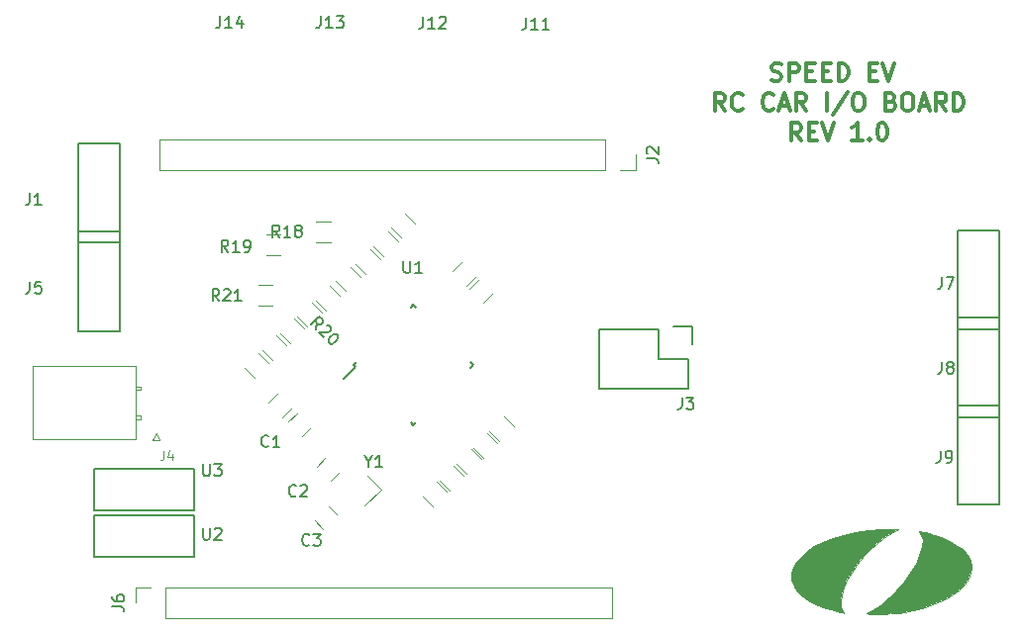
<source format=gto>
G04 #@! TF.GenerationSoftware,KiCad,Pcbnew,5.0.2-bee76a0~70~ubuntu18.04.1*
G04 #@! TF.CreationDate,2019-11-08T01:10:53-05:00*
G04 #@! TF.ProjectId,controllerBoard,636f6e74-726f-46c6-9c65-72426f617264,rev?*
G04 #@! TF.SameCoordinates,Original*
G04 #@! TF.FileFunction,Legend,Top*
G04 #@! TF.FilePolarity,Positive*
%FSLAX46Y46*%
G04 Gerber Fmt 4.6, Leading zero omitted, Abs format (unit mm)*
G04 Created by KiCad (PCBNEW 5.0.2-bee76a0~70~ubuntu18.04.1) date Fri 08 Nov 2019 01:10:53 AM EST*
%MOMM*%
%LPD*%
G01*
G04 APERTURE LIST*
%ADD10C,0.300000*%
%ADD11C,0.150000*%
%ADD12C,0.120000*%
%ADD13C,0.100000*%
%ADD14C,0.010000*%
G04 APERTURE END LIST*
D10*
X129124000Y-68923142D02*
X129338285Y-68994571D01*
X129695428Y-68994571D01*
X129838285Y-68923142D01*
X129909714Y-68851714D01*
X129981142Y-68708857D01*
X129981142Y-68566000D01*
X129909714Y-68423142D01*
X129838285Y-68351714D01*
X129695428Y-68280285D01*
X129409714Y-68208857D01*
X129266857Y-68137428D01*
X129195428Y-68066000D01*
X129124000Y-67923142D01*
X129124000Y-67780285D01*
X129195428Y-67637428D01*
X129266857Y-67566000D01*
X129409714Y-67494571D01*
X129766857Y-67494571D01*
X129981142Y-67566000D01*
X130624000Y-68994571D02*
X130624000Y-67494571D01*
X131195428Y-67494571D01*
X131338285Y-67566000D01*
X131409714Y-67637428D01*
X131481142Y-67780285D01*
X131481142Y-67994571D01*
X131409714Y-68137428D01*
X131338285Y-68208857D01*
X131195428Y-68280285D01*
X130624000Y-68280285D01*
X132124000Y-68208857D02*
X132624000Y-68208857D01*
X132838285Y-68994571D02*
X132124000Y-68994571D01*
X132124000Y-67494571D01*
X132838285Y-67494571D01*
X133481142Y-68208857D02*
X133981142Y-68208857D01*
X134195428Y-68994571D02*
X133481142Y-68994571D01*
X133481142Y-67494571D01*
X134195428Y-67494571D01*
X134838285Y-68994571D02*
X134838285Y-67494571D01*
X135195428Y-67494571D01*
X135409714Y-67566000D01*
X135552571Y-67708857D01*
X135624000Y-67851714D01*
X135695428Y-68137428D01*
X135695428Y-68351714D01*
X135624000Y-68637428D01*
X135552571Y-68780285D01*
X135409714Y-68923142D01*
X135195428Y-68994571D01*
X134838285Y-68994571D01*
X137481142Y-68208857D02*
X137981142Y-68208857D01*
X138195428Y-68994571D02*
X137481142Y-68994571D01*
X137481142Y-67494571D01*
X138195428Y-67494571D01*
X138624000Y-67494571D02*
X139124000Y-68994571D01*
X139624000Y-67494571D01*
X125124000Y-71544571D02*
X124624000Y-70830285D01*
X124266857Y-71544571D02*
X124266857Y-70044571D01*
X124838285Y-70044571D01*
X124981142Y-70116000D01*
X125052571Y-70187428D01*
X125124000Y-70330285D01*
X125124000Y-70544571D01*
X125052571Y-70687428D01*
X124981142Y-70758857D01*
X124838285Y-70830285D01*
X124266857Y-70830285D01*
X126624000Y-71401714D02*
X126552571Y-71473142D01*
X126338285Y-71544571D01*
X126195428Y-71544571D01*
X125981142Y-71473142D01*
X125838285Y-71330285D01*
X125766857Y-71187428D01*
X125695428Y-70901714D01*
X125695428Y-70687428D01*
X125766857Y-70401714D01*
X125838285Y-70258857D01*
X125981142Y-70116000D01*
X126195428Y-70044571D01*
X126338285Y-70044571D01*
X126552571Y-70116000D01*
X126624000Y-70187428D01*
X129266857Y-71401714D02*
X129195428Y-71473142D01*
X128981142Y-71544571D01*
X128838285Y-71544571D01*
X128624000Y-71473142D01*
X128481142Y-71330285D01*
X128409714Y-71187428D01*
X128338285Y-70901714D01*
X128338285Y-70687428D01*
X128409714Y-70401714D01*
X128481142Y-70258857D01*
X128624000Y-70116000D01*
X128838285Y-70044571D01*
X128981142Y-70044571D01*
X129195428Y-70116000D01*
X129266857Y-70187428D01*
X129838285Y-71116000D02*
X130552571Y-71116000D01*
X129695428Y-71544571D02*
X130195428Y-70044571D01*
X130695428Y-71544571D01*
X132052571Y-71544571D02*
X131552571Y-70830285D01*
X131195428Y-71544571D02*
X131195428Y-70044571D01*
X131766857Y-70044571D01*
X131909714Y-70116000D01*
X131981142Y-70187428D01*
X132052571Y-70330285D01*
X132052571Y-70544571D01*
X131981142Y-70687428D01*
X131909714Y-70758857D01*
X131766857Y-70830285D01*
X131195428Y-70830285D01*
X133838285Y-71544571D02*
X133838285Y-70044571D01*
X135624000Y-69973142D02*
X134338285Y-71901714D01*
X136409714Y-70044571D02*
X136695428Y-70044571D01*
X136838285Y-70116000D01*
X136981142Y-70258857D01*
X137052571Y-70544571D01*
X137052571Y-71044571D01*
X136981142Y-71330285D01*
X136838285Y-71473142D01*
X136695428Y-71544571D01*
X136409714Y-71544571D01*
X136266857Y-71473142D01*
X136124000Y-71330285D01*
X136052571Y-71044571D01*
X136052571Y-70544571D01*
X136124000Y-70258857D01*
X136266857Y-70116000D01*
X136409714Y-70044571D01*
X139338285Y-70758857D02*
X139552571Y-70830285D01*
X139624000Y-70901714D01*
X139695428Y-71044571D01*
X139695428Y-71258857D01*
X139624000Y-71401714D01*
X139552571Y-71473142D01*
X139409714Y-71544571D01*
X138838285Y-71544571D01*
X138838285Y-70044571D01*
X139338285Y-70044571D01*
X139481142Y-70116000D01*
X139552571Y-70187428D01*
X139624000Y-70330285D01*
X139624000Y-70473142D01*
X139552571Y-70616000D01*
X139481142Y-70687428D01*
X139338285Y-70758857D01*
X138838285Y-70758857D01*
X140624000Y-70044571D02*
X140909714Y-70044571D01*
X141052571Y-70116000D01*
X141195428Y-70258857D01*
X141266857Y-70544571D01*
X141266857Y-71044571D01*
X141195428Y-71330285D01*
X141052571Y-71473142D01*
X140909714Y-71544571D01*
X140624000Y-71544571D01*
X140481142Y-71473142D01*
X140338285Y-71330285D01*
X140266857Y-71044571D01*
X140266857Y-70544571D01*
X140338285Y-70258857D01*
X140481142Y-70116000D01*
X140624000Y-70044571D01*
X141838285Y-71116000D02*
X142552571Y-71116000D01*
X141695428Y-71544571D02*
X142195428Y-70044571D01*
X142695428Y-71544571D01*
X144052571Y-71544571D02*
X143552571Y-70830285D01*
X143195428Y-71544571D02*
X143195428Y-70044571D01*
X143766857Y-70044571D01*
X143909714Y-70116000D01*
X143981142Y-70187428D01*
X144052571Y-70330285D01*
X144052571Y-70544571D01*
X143981142Y-70687428D01*
X143909714Y-70758857D01*
X143766857Y-70830285D01*
X143195428Y-70830285D01*
X144695428Y-71544571D02*
X144695428Y-70044571D01*
X145052571Y-70044571D01*
X145266857Y-70116000D01*
X145409714Y-70258857D01*
X145481142Y-70401714D01*
X145552571Y-70687428D01*
X145552571Y-70901714D01*
X145481142Y-71187428D01*
X145409714Y-71330285D01*
X145266857Y-71473142D01*
X145052571Y-71544571D01*
X144695428Y-71544571D01*
X131659714Y-74094571D02*
X131159714Y-73380285D01*
X130802571Y-74094571D02*
X130802571Y-72594571D01*
X131374000Y-72594571D01*
X131516857Y-72666000D01*
X131588285Y-72737428D01*
X131659714Y-72880285D01*
X131659714Y-73094571D01*
X131588285Y-73237428D01*
X131516857Y-73308857D01*
X131374000Y-73380285D01*
X130802571Y-73380285D01*
X132302571Y-73308857D02*
X132802571Y-73308857D01*
X133016857Y-74094571D02*
X132302571Y-74094571D01*
X132302571Y-72594571D01*
X133016857Y-72594571D01*
X133445428Y-72594571D02*
X133945428Y-74094571D01*
X134445428Y-72594571D01*
X136874000Y-74094571D02*
X136016857Y-74094571D01*
X136445428Y-74094571D02*
X136445428Y-72594571D01*
X136302571Y-72808857D01*
X136159714Y-72951714D01*
X136016857Y-73023142D01*
X137516857Y-73951714D02*
X137588285Y-74023142D01*
X137516857Y-74094571D01*
X137445428Y-74023142D01*
X137516857Y-73951714D01*
X137516857Y-74094571D01*
X138516857Y-72594571D02*
X138659714Y-72594571D01*
X138802571Y-72666000D01*
X138874000Y-72737428D01*
X138945428Y-72880285D01*
X139016857Y-73166000D01*
X139016857Y-73523142D01*
X138945428Y-73808857D01*
X138874000Y-73951714D01*
X138802571Y-74023142D01*
X138659714Y-74094571D01*
X138516857Y-74094571D01*
X138374000Y-74023142D01*
X138302571Y-73951714D01*
X138231142Y-73808857D01*
X138159714Y-73523142D01*
X138159714Y-73166000D01*
X138231142Y-72880285D01*
X138302571Y-72737428D01*
X138374000Y-72666000D01*
X138516857Y-72594571D01*
D11*
G04 #@! TO.C,U1*
X93385888Y-93319274D02*
X93544987Y-93478373D01*
X98512412Y-88192750D02*
X98742222Y-88422560D01*
X103638936Y-93319274D02*
X103409126Y-93089464D01*
X98512412Y-98445798D02*
X98282602Y-98215988D01*
X93385888Y-93319274D02*
X93615698Y-93089464D01*
X98512412Y-98445798D02*
X98742222Y-98215988D01*
X103638936Y-93319274D02*
X103409126Y-93549084D01*
X98512412Y-88192750D02*
X98282602Y-88422560D01*
X93544987Y-93478373D02*
X92537360Y-94486000D01*
D12*
G04 #@! TO.C,C1*
X89020487Y-99379594D02*
X89727594Y-98672487D01*
X88525513Y-97470406D02*
X87818406Y-98177513D01*
G04 #@! TO.C,C2*
X90961851Y-101299099D02*
X90254744Y-102006206D01*
X91456825Y-103208287D02*
X92163932Y-102501180D01*
G04 #@! TO.C,C3*
X90075139Y-106632097D02*
X90782246Y-107339204D01*
X91984327Y-106137123D02*
X91277220Y-105430016D01*
G04 #@! TO.C,J2*
X114935000Y-73981000D02*
X114935000Y-76641000D01*
X114935000Y-73981000D02*
X76775000Y-73981000D01*
X76775000Y-73981000D02*
X76775000Y-76641000D01*
X114935000Y-76641000D02*
X76775000Y-76641000D01*
X117535000Y-76641000D02*
X116205000Y-76641000D01*
X117535000Y-75311000D02*
X117535000Y-76641000D01*
D11*
G04 #@! TO.C,J3*
X119507000Y-90297000D02*
X114427000Y-90297000D01*
X122327000Y-90017000D02*
X122327000Y-91567000D01*
X122047000Y-92837000D02*
X119507000Y-92837000D01*
X119507000Y-92837000D02*
X119507000Y-90297000D01*
X114427000Y-90297000D02*
X114427000Y-95377000D01*
X114427000Y-95377000D02*
X119507000Y-95377000D01*
X122327000Y-90017000D02*
X120777000Y-90017000D01*
X122047000Y-95377000D02*
X122047000Y-92837000D01*
X119507000Y-95377000D02*
X122047000Y-95377000D01*
D12*
G04 #@! TO.C,J4*
X65992000Y-99660000D02*
X74752000Y-99660000D01*
X74752000Y-99660000D02*
X74752000Y-93420000D01*
X74752000Y-93420000D02*
X65992000Y-93420000D01*
X65992000Y-93420000D02*
X65992000Y-99660000D01*
X74752000Y-97940000D02*
X75222000Y-97940000D01*
X75222000Y-97940000D02*
X75222000Y-97640000D01*
X75222000Y-97640000D02*
X74752000Y-97640000D01*
X74752000Y-97640000D02*
X74752000Y-97940000D01*
X74752000Y-95440000D02*
X75222000Y-95440000D01*
X75222000Y-95440000D02*
X75222000Y-95140000D01*
X75222000Y-95140000D02*
X74752000Y-95140000D01*
X74752000Y-95140000D02*
X74752000Y-95440000D01*
X76522000Y-99190000D02*
X76822000Y-99790000D01*
X76822000Y-99790000D02*
X76222000Y-99790000D01*
X76222000Y-99790000D02*
X76522000Y-99190000D01*
G04 #@! TO.C,R1*
X103053010Y-102646518D02*
X102204482Y-101797990D01*
X103448990Y-100553482D02*
X104297518Y-101402010D01*
G04 #@! TO.C,R2*
X104845990Y-99156482D02*
X105694518Y-100005010D01*
X104450010Y-101249518D02*
X103601482Y-100400990D01*
G04 #@! TO.C,R3*
X105847010Y-99852518D02*
X104998482Y-99003990D01*
X106242990Y-97759482D02*
X107091518Y-98608010D01*
G04 #@! TO.C,R4*
X105350269Y-87156239D02*
X104501741Y-88004767D01*
X103257233Y-86760259D02*
X104105761Y-85911731D01*
G04 #@! TO.C,R5*
X101823482Y-85273010D02*
X102672010Y-84424482D01*
X103916518Y-85668990D02*
X103067990Y-86517518D01*
G04 #@! TO.C,R6*
X97428259Y-82416767D02*
X96579731Y-81568239D01*
X97824239Y-80323731D02*
X98672767Y-81172259D01*
G04 #@! TO.C,R7*
X96336990Y-81884482D02*
X97185518Y-82733010D01*
X95941010Y-83977518D02*
X95092482Y-83128990D01*
G04 #@! TO.C,R8*
X94417010Y-85501518D02*
X93568482Y-84652990D01*
X94812990Y-83408482D02*
X95661518Y-84257010D01*
G04 #@! TO.C,R9*
X93125239Y-84895731D02*
X93973767Y-85744259D01*
X92729259Y-86988767D02*
X91880731Y-86140239D01*
G04 #@! TO.C,R10*
X90988010Y-88676518D02*
X90139482Y-87827990D01*
X91383990Y-86583482D02*
X92232518Y-87432010D01*
G04 #@! TO.C,R12*
X88335990Y-89377482D02*
X89184518Y-90226010D01*
X87940010Y-91470518D02*
X87091482Y-90621990D01*
G04 #@! TO.C,R13*
X86416010Y-92867518D02*
X85567482Y-92018990D01*
X86811990Y-90774482D02*
X87660518Y-91623010D01*
G04 #@! TO.C,R14*
X85287990Y-92298482D02*
X86136518Y-93147010D01*
X84892010Y-94391518D02*
X84043482Y-93542990D01*
G04 #@! TO.C,R15*
X88168518Y-96971990D02*
X87319990Y-97820518D01*
X86075482Y-96576010D02*
X86924010Y-95727482D01*
G04 #@! TO.C,R16*
X100132010Y-105440518D02*
X99283482Y-104591990D01*
X100527990Y-103347482D02*
X101376518Y-104196010D01*
G04 #@! TO.C,R17*
X101961741Y-101987233D02*
X102810269Y-102835761D01*
X101565761Y-104080269D02*
X100717233Y-103231741D01*
D13*
G04 #@! TO.C,Y1*
X95730579Y-103946506D02*
X94316366Y-105360720D01*
X95730579Y-103946506D02*
X94599209Y-102815135D01*
D12*
G04 #@! TO.C,J6*
X77343000Y-114995000D02*
X77343000Y-112335000D01*
X77343000Y-114995000D02*
X115503000Y-114995000D01*
X115503000Y-114995000D02*
X115503000Y-112335000D01*
X77343000Y-112335000D02*
X115503000Y-112335000D01*
X74743000Y-112335000D02*
X76073000Y-112335000D01*
X74743000Y-113665000D02*
X74743000Y-112335000D01*
G04 #@! TO.C,R18*
X90205000Y-81035000D02*
X91405000Y-81035000D01*
X91405000Y-82795000D02*
X90205000Y-82795000D01*
G04 #@! TO.C,R19*
X87153000Y-83938000D02*
X85953000Y-83938000D01*
X85953000Y-82178000D02*
X87153000Y-82178000D01*
G04 #@! TO.C,R20*
X89823239Y-87943731D02*
X90671767Y-88792259D01*
X89427259Y-90036767D02*
X88578731Y-89188239D01*
G04 #@! TO.C,R21*
X86452000Y-88256000D02*
X85252000Y-88256000D01*
X85252000Y-86496000D02*
X86452000Y-86496000D01*
D11*
G04 #@! TO.C,J1*
X69850000Y-74345800D02*
X69850000Y-82854800D01*
X69900800Y-82854800D02*
X73406000Y-82854800D01*
X69875400Y-74345800D02*
X73380600Y-74345800D01*
X73406000Y-74345800D02*
X73406000Y-82854800D01*
G04 #@! TO.C,J5*
X73406000Y-81915000D02*
X73406000Y-90424000D01*
X69875400Y-81915000D02*
X73380600Y-81915000D01*
X69900800Y-90424000D02*
X73406000Y-90424000D01*
X69850000Y-81915000D02*
X69850000Y-90424000D01*
G04 #@! TO.C,J7*
X145034001Y-81788000D02*
X145034001Y-90297000D01*
X145084801Y-90297000D02*
X148590001Y-90297000D01*
X145059401Y-81788000D02*
X148564601Y-81788000D01*
X148590001Y-81788000D02*
X148590001Y-90297000D01*
G04 #@! TO.C,J8*
X148590000Y-89281000D02*
X148590000Y-97790000D01*
X145059400Y-89281000D02*
X148564600Y-89281000D01*
X145084800Y-97790000D02*
X148590000Y-97790000D01*
X145034000Y-89281000D02*
X145034000Y-97790000D01*
G04 #@! TO.C,J9*
X145034000Y-96774000D02*
X145034000Y-105283000D01*
X145084800Y-105283000D02*
X148590000Y-105283000D01*
X145059400Y-96774000D02*
X148564600Y-96774000D01*
X148590000Y-96774000D02*
X148590000Y-105283000D01*
G04 #@! TO.C,U2*
X71247000Y-106172000D02*
X79756000Y-106172000D01*
X71247000Y-109702600D02*
X71247000Y-106197400D01*
X79756000Y-109677200D02*
X79756000Y-106172000D01*
X71247000Y-109728000D02*
X79756000Y-109728000D01*
G04 #@! TO.C,U3*
X71247000Y-105791000D02*
X79756000Y-105791000D01*
X79756000Y-105740200D02*
X79756000Y-102235000D01*
X71247000Y-105765600D02*
X71247000Y-102260400D01*
X71247000Y-102235000D02*
X79756000Y-102235000D01*
D14*
G04 #@! TO.C,G\002A\002A\002A*
G36*
X139219070Y-107810274D02*
X138727169Y-108140709D01*
X138180346Y-108574095D01*
X137619000Y-109073427D01*
X137083529Y-109601700D01*
X136614333Y-110121909D01*
X136393963Y-110398069D01*
X135936696Y-111064664D01*
X135563857Y-111730545D01*
X135281473Y-112376052D01*
X135095570Y-112981523D01*
X135012175Y-113527297D01*
X135037313Y-113993711D01*
X135177011Y-114361104D01*
X135178549Y-114363500D01*
X135260728Y-114501194D01*
X135278119Y-114549837D01*
X135191643Y-114528085D01*
X134978768Y-114473169D01*
X134676916Y-114394766D01*
X134493000Y-114346827D01*
X133500197Y-114045284D01*
X132667883Y-113699854D01*
X131992425Y-113308339D01*
X131470192Y-112868543D01*
X131097551Y-112378266D01*
X131029140Y-112251176D01*
X130847408Y-111720433D01*
X130825747Y-111195032D01*
X130954897Y-110680726D01*
X131225597Y-110183269D01*
X131628584Y-109708415D01*
X132154599Y-109261918D01*
X132794380Y-108849531D01*
X133538666Y-108477009D01*
X134378195Y-108150106D01*
X135303707Y-107874574D01*
X136305940Y-107656169D01*
X137375633Y-107500645D01*
X138503526Y-107413754D01*
X138833482Y-107402382D01*
X139956631Y-107374215D01*
X139219070Y-107810274D01*
X139219070Y-107810274D01*
G37*
X139219070Y-107810274D02*
X138727169Y-108140709D01*
X138180346Y-108574095D01*
X137619000Y-109073427D01*
X137083529Y-109601700D01*
X136614333Y-110121909D01*
X136393963Y-110398069D01*
X135936696Y-111064664D01*
X135563857Y-111730545D01*
X135281473Y-112376052D01*
X135095570Y-112981523D01*
X135012175Y-113527297D01*
X135037313Y-113993711D01*
X135177011Y-114361104D01*
X135178549Y-114363500D01*
X135260728Y-114501194D01*
X135278119Y-114549837D01*
X135191643Y-114528085D01*
X134978768Y-114473169D01*
X134676916Y-114394766D01*
X134493000Y-114346827D01*
X133500197Y-114045284D01*
X132667883Y-113699854D01*
X131992425Y-113308339D01*
X131470192Y-112868543D01*
X131097551Y-112378266D01*
X131029140Y-112251176D01*
X130847408Y-111720433D01*
X130825747Y-111195032D01*
X130954897Y-110680726D01*
X131225597Y-110183269D01*
X131628584Y-109708415D01*
X132154599Y-109261918D01*
X132794380Y-108849531D01*
X133538666Y-108477009D01*
X134378195Y-108150106D01*
X135303707Y-107874574D01*
X136305940Y-107656169D01*
X137375633Y-107500645D01*
X138503526Y-107413754D01*
X138833482Y-107402382D01*
X139956631Y-107374215D01*
X139219070Y-107810274D01*
G36*
X141872983Y-107554857D02*
X142023457Y-107594871D01*
X142289628Y-107663176D01*
X142622829Y-107747325D01*
X142748000Y-107778647D01*
X143380523Y-107972588D01*
X144019166Y-108232634D01*
X144617709Y-108535926D01*
X145129928Y-108859601D01*
X145436464Y-109108369D01*
X145857728Y-109591450D01*
X146117210Y-110088295D01*
X146221208Y-110592117D01*
X146176021Y-111096128D01*
X145987949Y-111593541D01*
X145663290Y-112077569D01*
X145208343Y-112541426D01*
X144629408Y-112978324D01*
X143932783Y-113381476D01*
X143124767Y-113744096D01*
X142211660Y-114059395D01*
X141199759Y-114320588D01*
X140467525Y-114462298D01*
X140009989Y-114535873D01*
X139693227Y-114576252D01*
X139492288Y-114585026D01*
X139382225Y-114563783D01*
X139346988Y-114533688D01*
X139288074Y-114479928D01*
X139277963Y-114523733D01*
X139196319Y-114583404D01*
X138967525Y-114622973D01*
X138747500Y-114635838D01*
X138380619Y-114647054D01*
X138009467Y-114659266D01*
X137816142Y-114666106D01*
X137581824Y-114663314D01*
X137436863Y-114639498D01*
X137413975Y-114620157D01*
X137348294Y-114590379D01*
X137265834Y-114605997D01*
X137258337Y-114592862D01*
X137375123Y-114515153D01*
X137591598Y-114388985D01*
X137628718Y-114368227D01*
X138421052Y-113858140D01*
X139203964Y-113211576D01*
X139786472Y-112638766D01*
X140463545Y-111873263D01*
X141008075Y-111127663D01*
X141446751Y-110364256D01*
X141556149Y-110138085D01*
X141844204Y-109432034D01*
X142002957Y-108826650D01*
X142033305Y-108314335D01*
X141936150Y-107887492D01*
X141843505Y-107709181D01*
X141764494Y-107570595D01*
X141788577Y-107535775D01*
X141872983Y-107554857D01*
X141872983Y-107554857D01*
G37*
X141872983Y-107554857D02*
X142023457Y-107594871D01*
X142289628Y-107663176D01*
X142622829Y-107747325D01*
X142748000Y-107778647D01*
X143380523Y-107972588D01*
X144019166Y-108232634D01*
X144617709Y-108535926D01*
X145129928Y-108859601D01*
X145436464Y-109108369D01*
X145857728Y-109591450D01*
X146117210Y-110088295D01*
X146221208Y-110592117D01*
X146176021Y-111096128D01*
X145987949Y-111593541D01*
X145663290Y-112077569D01*
X145208343Y-112541426D01*
X144629408Y-112978324D01*
X143932783Y-113381476D01*
X143124767Y-113744096D01*
X142211660Y-114059395D01*
X141199759Y-114320588D01*
X140467525Y-114462298D01*
X140009989Y-114535873D01*
X139693227Y-114576252D01*
X139492288Y-114585026D01*
X139382225Y-114563783D01*
X139346988Y-114533688D01*
X139288074Y-114479928D01*
X139277963Y-114523733D01*
X139196319Y-114583404D01*
X138967525Y-114622973D01*
X138747500Y-114635838D01*
X138380619Y-114647054D01*
X138009467Y-114659266D01*
X137816142Y-114666106D01*
X137581824Y-114663314D01*
X137436863Y-114639498D01*
X137413975Y-114620157D01*
X137348294Y-114590379D01*
X137265834Y-114605997D01*
X137258337Y-114592862D01*
X137375123Y-114515153D01*
X137591598Y-114388985D01*
X137628718Y-114368227D01*
X138421052Y-113858140D01*
X139203964Y-113211576D01*
X139786472Y-112638766D01*
X140463545Y-111873263D01*
X141008075Y-111127663D01*
X141446751Y-110364256D01*
X141556149Y-110138085D01*
X141844204Y-109432034D01*
X142002957Y-108826650D01*
X142033305Y-108314335D01*
X141936150Y-107887492D01*
X141843505Y-107709181D01*
X141764494Y-107570595D01*
X141788577Y-107535775D01*
X141872983Y-107554857D01*
G04 #@! TO.C,U1*
D11*
X97663095Y-84415380D02*
X97663095Y-85224904D01*
X97710714Y-85320142D01*
X97758333Y-85367761D01*
X97853571Y-85415380D01*
X98044047Y-85415380D01*
X98139285Y-85367761D01*
X98186904Y-85320142D01*
X98234523Y-85224904D01*
X98234523Y-84415380D01*
X99234523Y-85415380D02*
X98663095Y-85415380D01*
X98948809Y-85415380D02*
X98948809Y-84415380D01*
X98853571Y-84558238D01*
X98758333Y-84653476D01*
X98663095Y-84701095D01*
G04 #@! TO.C,C1*
X86121226Y-100251249D02*
X86073607Y-100298868D01*
X85930750Y-100346487D01*
X85835512Y-100346487D01*
X85692654Y-100298868D01*
X85597416Y-100203630D01*
X85549797Y-100108392D01*
X85502178Y-99917916D01*
X85502178Y-99775059D01*
X85549797Y-99584583D01*
X85597416Y-99489345D01*
X85692654Y-99394107D01*
X85835512Y-99346487D01*
X85930750Y-99346487D01*
X86073607Y-99394107D01*
X86121226Y-99441726D01*
X87073607Y-100346487D02*
X86502178Y-100346487D01*
X86787893Y-100346487D02*
X86787893Y-99346487D01*
X86692654Y-99489345D01*
X86597416Y-99584583D01*
X86502178Y-99632202D01*
G04 #@! TO.C,C2*
X88479333Y-104497142D02*
X88431714Y-104544761D01*
X88288857Y-104592380D01*
X88193619Y-104592380D01*
X88050761Y-104544761D01*
X87955523Y-104449523D01*
X87907904Y-104354285D01*
X87860285Y-104163809D01*
X87860285Y-104020952D01*
X87907904Y-103830476D01*
X87955523Y-103735238D01*
X88050761Y-103640000D01*
X88193619Y-103592380D01*
X88288857Y-103592380D01*
X88431714Y-103640000D01*
X88479333Y-103687619D01*
X88860285Y-103687619D02*
X88907904Y-103640000D01*
X89003142Y-103592380D01*
X89241238Y-103592380D01*
X89336476Y-103640000D01*
X89384095Y-103687619D01*
X89431714Y-103782857D01*
X89431714Y-103878095D01*
X89384095Y-104020952D01*
X88812666Y-104592380D01*
X89431714Y-104592380D01*
G04 #@! TO.C,C3*
X89622333Y-108688142D02*
X89574714Y-108735761D01*
X89431857Y-108783380D01*
X89336619Y-108783380D01*
X89193761Y-108735761D01*
X89098523Y-108640523D01*
X89050904Y-108545285D01*
X89003285Y-108354809D01*
X89003285Y-108211952D01*
X89050904Y-108021476D01*
X89098523Y-107926238D01*
X89193761Y-107831000D01*
X89336619Y-107783380D01*
X89431857Y-107783380D01*
X89574714Y-107831000D01*
X89622333Y-107878619D01*
X89955666Y-107783380D02*
X90574714Y-107783380D01*
X90241380Y-108164333D01*
X90384238Y-108164333D01*
X90479476Y-108211952D01*
X90527095Y-108259571D01*
X90574714Y-108354809D01*
X90574714Y-108592904D01*
X90527095Y-108688142D01*
X90479476Y-108735761D01*
X90384238Y-108783380D01*
X90098523Y-108783380D01*
X90003285Y-108735761D01*
X89955666Y-108688142D01*
G04 #@! TO.C,J2*
X118427380Y-75644333D02*
X119141666Y-75644333D01*
X119284523Y-75691952D01*
X119379761Y-75787190D01*
X119427380Y-75930047D01*
X119427380Y-76025285D01*
X118522619Y-75215761D02*
X118475000Y-75168142D01*
X118427380Y-75072904D01*
X118427380Y-74834809D01*
X118475000Y-74739571D01*
X118522619Y-74691952D01*
X118617857Y-74644333D01*
X118713095Y-74644333D01*
X118855952Y-74691952D01*
X119427380Y-75263380D01*
X119427380Y-74644333D01*
G04 #@! TO.C,J3*
X121459666Y-96099380D02*
X121459666Y-96813666D01*
X121412047Y-96956523D01*
X121316809Y-97051761D01*
X121173952Y-97099380D01*
X121078714Y-97099380D01*
X121840619Y-96099380D02*
X122459666Y-96099380D01*
X122126333Y-96480333D01*
X122269190Y-96480333D01*
X122364428Y-96527952D01*
X122412047Y-96575571D01*
X122459666Y-96670809D01*
X122459666Y-96908904D01*
X122412047Y-97004142D01*
X122364428Y-97051761D01*
X122269190Y-97099380D01*
X121983476Y-97099380D01*
X121888238Y-97051761D01*
X121840619Y-97004142D01*
G04 #@! TO.C,J4*
D12*
X77144333Y-100653904D02*
X77144333Y-101225333D01*
X77106238Y-101339619D01*
X77030047Y-101415809D01*
X76915761Y-101453904D01*
X76839571Y-101453904D01*
X77868142Y-100920571D02*
X77868142Y-101453904D01*
X77677666Y-100615809D02*
X77487190Y-101187238D01*
X77982428Y-101187238D01*
G04 #@! TO.C,Y1*
D11*
X94646809Y-101576190D02*
X94646809Y-102052380D01*
X94313476Y-101052380D02*
X94646809Y-101576190D01*
X94980142Y-101052380D01*
X95837285Y-102052380D02*
X95265857Y-102052380D01*
X95551571Y-102052380D02*
X95551571Y-101052380D01*
X95456333Y-101195238D01*
X95361095Y-101290476D01*
X95265857Y-101338095D01*
G04 #@! TO.C,J6*
X72755380Y-113998333D02*
X73469666Y-113998333D01*
X73612523Y-114045952D01*
X73707761Y-114141190D01*
X73755380Y-114284047D01*
X73755380Y-114379285D01*
X72755380Y-113093571D02*
X72755380Y-113284047D01*
X72803000Y-113379285D01*
X72850619Y-113426904D01*
X72993476Y-113522142D01*
X73183952Y-113569761D01*
X73564904Y-113569761D01*
X73660142Y-113522142D01*
X73707761Y-113474523D01*
X73755380Y-113379285D01*
X73755380Y-113188809D01*
X73707761Y-113093571D01*
X73660142Y-113045952D01*
X73564904Y-112998333D01*
X73326809Y-112998333D01*
X73231571Y-113045952D01*
X73183952Y-113093571D01*
X73136333Y-113188809D01*
X73136333Y-113379285D01*
X73183952Y-113474523D01*
X73231571Y-113522142D01*
X73326809Y-113569761D01*
G04 #@! TO.C,R18*
X87053142Y-82367380D02*
X86719809Y-81891190D01*
X86481714Y-82367380D02*
X86481714Y-81367380D01*
X86862666Y-81367380D01*
X86957904Y-81415000D01*
X87005523Y-81462619D01*
X87053142Y-81557857D01*
X87053142Y-81700714D01*
X87005523Y-81795952D01*
X86957904Y-81843571D01*
X86862666Y-81891190D01*
X86481714Y-81891190D01*
X88005523Y-82367380D02*
X87434095Y-82367380D01*
X87719809Y-82367380D02*
X87719809Y-81367380D01*
X87624571Y-81510238D01*
X87529333Y-81605476D01*
X87434095Y-81653095D01*
X88576952Y-81795952D02*
X88481714Y-81748333D01*
X88434095Y-81700714D01*
X88386476Y-81605476D01*
X88386476Y-81557857D01*
X88434095Y-81462619D01*
X88481714Y-81415000D01*
X88576952Y-81367380D01*
X88767428Y-81367380D01*
X88862666Y-81415000D01*
X88910285Y-81462619D01*
X88957904Y-81557857D01*
X88957904Y-81605476D01*
X88910285Y-81700714D01*
X88862666Y-81748333D01*
X88767428Y-81795952D01*
X88576952Y-81795952D01*
X88481714Y-81843571D01*
X88434095Y-81891190D01*
X88386476Y-81986428D01*
X88386476Y-82176904D01*
X88434095Y-82272142D01*
X88481714Y-82319761D01*
X88576952Y-82367380D01*
X88767428Y-82367380D01*
X88862666Y-82319761D01*
X88910285Y-82272142D01*
X88957904Y-82176904D01*
X88957904Y-81986428D01*
X88910285Y-81891190D01*
X88862666Y-81843571D01*
X88767428Y-81795952D01*
G04 #@! TO.C,R19*
X82674142Y-83637380D02*
X82340809Y-83161190D01*
X82102714Y-83637380D02*
X82102714Y-82637380D01*
X82483666Y-82637380D01*
X82578904Y-82685000D01*
X82626523Y-82732619D01*
X82674142Y-82827857D01*
X82674142Y-82970714D01*
X82626523Y-83065952D01*
X82578904Y-83113571D01*
X82483666Y-83161190D01*
X82102714Y-83161190D01*
X83626523Y-83637380D02*
X83055095Y-83637380D01*
X83340809Y-83637380D02*
X83340809Y-82637380D01*
X83245571Y-82780238D01*
X83150333Y-82875476D01*
X83055095Y-82923095D01*
X84102714Y-83637380D02*
X84293190Y-83637380D01*
X84388428Y-83589761D01*
X84436047Y-83542142D01*
X84531285Y-83399285D01*
X84578904Y-83208809D01*
X84578904Y-82827857D01*
X84531285Y-82732619D01*
X84483666Y-82685000D01*
X84388428Y-82637380D01*
X84197952Y-82637380D01*
X84102714Y-82685000D01*
X84055095Y-82732619D01*
X84007476Y-82827857D01*
X84007476Y-83065952D01*
X84055095Y-83161190D01*
X84102714Y-83208809D01*
X84197952Y-83256428D01*
X84388428Y-83256428D01*
X84483666Y-83208809D01*
X84531285Y-83161190D01*
X84578904Y-83065952D01*
G04 #@! TO.C,R20*
X90157549Y-90289312D02*
X90258564Y-89716893D01*
X89753488Y-89885251D02*
X90460595Y-89178145D01*
X90729969Y-89447519D01*
X90763641Y-89548534D01*
X90763641Y-89615877D01*
X90729969Y-89716893D01*
X90628954Y-89817908D01*
X90527938Y-89851580D01*
X90460595Y-89851580D01*
X90359580Y-89817908D01*
X90090206Y-89548534D01*
X91066687Y-89918923D02*
X91134030Y-89918923D01*
X91235045Y-89952595D01*
X91403404Y-90120954D01*
X91437076Y-90221969D01*
X91437076Y-90289312D01*
X91403404Y-90390328D01*
X91336061Y-90457671D01*
X91201374Y-90525015D01*
X90393251Y-90525015D01*
X90830984Y-90962748D01*
X91975824Y-90693374D02*
X92043167Y-90760717D01*
X92076839Y-90861732D01*
X92076839Y-90929076D01*
X92043167Y-91030091D01*
X91942152Y-91198450D01*
X91773793Y-91366809D01*
X91605435Y-91467824D01*
X91504419Y-91501496D01*
X91437076Y-91501496D01*
X91336061Y-91467824D01*
X91268717Y-91400480D01*
X91235045Y-91299465D01*
X91235045Y-91232122D01*
X91268717Y-91131106D01*
X91369732Y-90962748D01*
X91538091Y-90794389D01*
X91706450Y-90693374D01*
X91807465Y-90659702D01*
X91874809Y-90659702D01*
X91975824Y-90693374D01*
G04 #@! TO.C,R21*
X81907142Y-87828380D02*
X81573809Y-87352190D01*
X81335714Y-87828380D02*
X81335714Y-86828380D01*
X81716666Y-86828380D01*
X81811904Y-86876000D01*
X81859523Y-86923619D01*
X81907142Y-87018857D01*
X81907142Y-87161714D01*
X81859523Y-87256952D01*
X81811904Y-87304571D01*
X81716666Y-87352190D01*
X81335714Y-87352190D01*
X82288095Y-86923619D02*
X82335714Y-86876000D01*
X82430952Y-86828380D01*
X82669047Y-86828380D01*
X82764285Y-86876000D01*
X82811904Y-86923619D01*
X82859523Y-87018857D01*
X82859523Y-87114095D01*
X82811904Y-87256952D01*
X82240476Y-87828380D01*
X82859523Y-87828380D01*
X83811904Y-87828380D02*
X83240476Y-87828380D01*
X83526190Y-87828380D02*
X83526190Y-86828380D01*
X83430952Y-86971238D01*
X83335714Y-87066476D01*
X83240476Y-87114095D01*
G04 #@! TO.C,J1*
X65706666Y-78624180D02*
X65706666Y-79338466D01*
X65659047Y-79481323D01*
X65563809Y-79576561D01*
X65420952Y-79624180D01*
X65325714Y-79624180D01*
X66706666Y-79624180D02*
X66135238Y-79624180D01*
X66420952Y-79624180D02*
X66420952Y-78624180D01*
X66325714Y-78767038D01*
X66230476Y-78862276D01*
X66135238Y-78909895D01*
G04 #@! TO.C,J5*
X65706666Y-86193380D02*
X65706666Y-86907666D01*
X65659047Y-87050523D01*
X65563809Y-87145761D01*
X65420952Y-87193380D01*
X65325714Y-87193380D01*
X66659047Y-86193380D02*
X66182857Y-86193380D01*
X66135238Y-86669571D01*
X66182857Y-86621952D01*
X66278095Y-86574333D01*
X66516190Y-86574333D01*
X66611428Y-86621952D01*
X66659047Y-86669571D01*
X66706666Y-86764809D01*
X66706666Y-87002904D01*
X66659047Y-87098142D01*
X66611428Y-87145761D01*
X66516190Y-87193380D01*
X66278095Y-87193380D01*
X66182857Y-87145761D01*
X66135238Y-87098142D01*
G04 #@! TO.C,J7*
X143684666Y-85812380D02*
X143684666Y-86526666D01*
X143637047Y-86669523D01*
X143541809Y-86764761D01*
X143398952Y-86812380D01*
X143303714Y-86812380D01*
X144065619Y-85812380D02*
X144732285Y-85812380D01*
X144303714Y-86812380D01*
G04 #@! TO.C,J8*
X143684666Y-93051380D02*
X143684666Y-93765666D01*
X143637047Y-93908523D01*
X143541809Y-94003761D01*
X143398952Y-94051380D01*
X143303714Y-94051380D01*
X144303714Y-93479952D02*
X144208476Y-93432333D01*
X144160857Y-93384714D01*
X144113238Y-93289476D01*
X144113238Y-93241857D01*
X144160857Y-93146619D01*
X144208476Y-93099000D01*
X144303714Y-93051380D01*
X144494190Y-93051380D01*
X144589428Y-93099000D01*
X144637047Y-93146619D01*
X144684666Y-93241857D01*
X144684666Y-93289476D01*
X144637047Y-93384714D01*
X144589428Y-93432333D01*
X144494190Y-93479952D01*
X144303714Y-93479952D01*
X144208476Y-93527571D01*
X144160857Y-93575190D01*
X144113238Y-93670428D01*
X144113238Y-93860904D01*
X144160857Y-93956142D01*
X144208476Y-94003761D01*
X144303714Y-94051380D01*
X144494190Y-94051380D01*
X144589428Y-94003761D01*
X144637047Y-93956142D01*
X144684666Y-93860904D01*
X144684666Y-93670428D01*
X144637047Y-93575190D01*
X144589428Y-93527571D01*
X144494190Y-93479952D01*
G04 #@! TO.C,J9*
X143557666Y-100671380D02*
X143557666Y-101385666D01*
X143510047Y-101528523D01*
X143414809Y-101623761D01*
X143271952Y-101671380D01*
X143176714Y-101671380D01*
X144081476Y-101671380D02*
X144271952Y-101671380D01*
X144367190Y-101623761D01*
X144414809Y-101576142D01*
X144510047Y-101433285D01*
X144557666Y-101242809D01*
X144557666Y-100861857D01*
X144510047Y-100766619D01*
X144462428Y-100719000D01*
X144367190Y-100671380D01*
X144176714Y-100671380D01*
X144081476Y-100719000D01*
X144033857Y-100766619D01*
X143986238Y-100861857D01*
X143986238Y-101099952D01*
X144033857Y-101195190D01*
X144081476Y-101242809D01*
X144176714Y-101290428D01*
X144367190Y-101290428D01*
X144462428Y-101242809D01*
X144510047Y-101195190D01*
X144557666Y-101099952D01*
G04 #@! TO.C,J11*
X108156476Y-63587380D02*
X108156476Y-64301666D01*
X108108857Y-64444523D01*
X108013619Y-64539761D01*
X107870761Y-64587380D01*
X107775523Y-64587380D01*
X109156476Y-64587380D02*
X108585047Y-64587380D01*
X108870761Y-64587380D02*
X108870761Y-63587380D01*
X108775523Y-63730238D01*
X108680285Y-63825476D01*
X108585047Y-63873095D01*
X110108857Y-64587380D02*
X109537428Y-64587380D01*
X109823142Y-64587380D02*
X109823142Y-63587380D01*
X109727904Y-63730238D01*
X109632666Y-63825476D01*
X109537428Y-63873095D01*
G04 #@! TO.C,J12*
X99345476Y-63506380D02*
X99345476Y-64220666D01*
X99297857Y-64363523D01*
X99202619Y-64458761D01*
X99059761Y-64506380D01*
X98964523Y-64506380D01*
X100345476Y-64506380D02*
X99774047Y-64506380D01*
X100059761Y-64506380D02*
X100059761Y-63506380D01*
X99964523Y-63649238D01*
X99869285Y-63744476D01*
X99774047Y-63792095D01*
X100726428Y-63601619D02*
X100774047Y-63554000D01*
X100869285Y-63506380D01*
X101107380Y-63506380D01*
X101202619Y-63554000D01*
X101250238Y-63601619D01*
X101297857Y-63696857D01*
X101297857Y-63792095D01*
X101250238Y-63934952D01*
X100678809Y-64506380D01*
X101297857Y-64506380D01*
G04 #@! TO.C,J13*
X90582476Y-63458380D02*
X90582476Y-64172666D01*
X90534857Y-64315523D01*
X90439619Y-64410761D01*
X90296761Y-64458380D01*
X90201523Y-64458380D01*
X91582476Y-64458380D02*
X91011047Y-64458380D01*
X91296761Y-64458380D02*
X91296761Y-63458380D01*
X91201523Y-63601238D01*
X91106285Y-63696476D01*
X91011047Y-63744095D01*
X91915809Y-63458380D02*
X92534857Y-63458380D01*
X92201523Y-63839333D01*
X92344380Y-63839333D01*
X92439619Y-63886952D01*
X92487238Y-63934571D01*
X92534857Y-64029809D01*
X92534857Y-64267904D01*
X92487238Y-64363142D01*
X92439619Y-64410761D01*
X92344380Y-64458380D01*
X92058666Y-64458380D01*
X91963428Y-64410761D01*
X91915809Y-64363142D01*
G04 #@! TO.C,J14*
X81994476Y-63460380D02*
X81994476Y-64174666D01*
X81946857Y-64317523D01*
X81851619Y-64412761D01*
X81708761Y-64460380D01*
X81613523Y-64460380D01*
X82994476Y-64460380D02*
X82423047Y-64460380D01*
X82708761Y-64460380D02*
X82708761Y-63460380D01*
X82613523Y-63603238D01*
X82518285Y-63698476D01*
X82423047Y-63746095D01*
X83851619Y-63793714D02*
X83851619Y-64460380D01*
X83613523Y-63412761D02*
X83375428Y-64127047D01*
X83994476Y-64127047D01*
G04 #@! TO.C,U2*
X80518095Y-107275380D02*
X80518095Y-108084904D01*
X80565714Y-108180142D01*
X80613333Y-108227761D01*
X80708571Y-108275380D01*
X80899047Y-108275380D01*
X80994285Y-108227761D01*
X81041904Y-108180142D01*
X81089523Y-108084904D01*
X81089523Y-107275380D01*
X81518095Y-107370619D02*
X81565714Y-107323000D01*
X81660952Y-107275380D01*
X81899047Y-107275380D01*
X81994285Y-107323000D01*
X82041904Y-107370619D01*
X82089523Y-107465857D01*
X82089523Y-107561095D01*
X82041904Y-107703952D01*
X81470476Y-108275380D01*
X82089523Y-108275380D01*
G04 #@! TO.C,U3*
X80518095Y-101814380D02*
X80518095Y-102623904D01*
X80565714Y-102719142D01*
X80613333Y-102766761D01*
X80708571Y-102814380D01*
X80899047Y-102814380D01*
X80994285Y-102766761D01*
X81041904Y-102719142D01*
X81089523Y-102623904D01*
X81089523Y-101814380D01*
X81470476Y-101814380D02*
X82089523Y-101814380D01*
X81756190Y-102195333D01*
X81899047Y-102195333D01*
X81994285Y-102242952D01*
X82041904Y-102290571D01*
X82089523Y-102385809D01*
X82089523Y-102623904D01*
X82041904Y-102719142D01*
X81994285Y-102766761D01*
X81899047Y-102814380D01*
X81613333Y-102814380D01*
X81518095Y-102766761D01*
X81470476Y-102719142D01*
G04 #@! TD*
M02*

</source>
